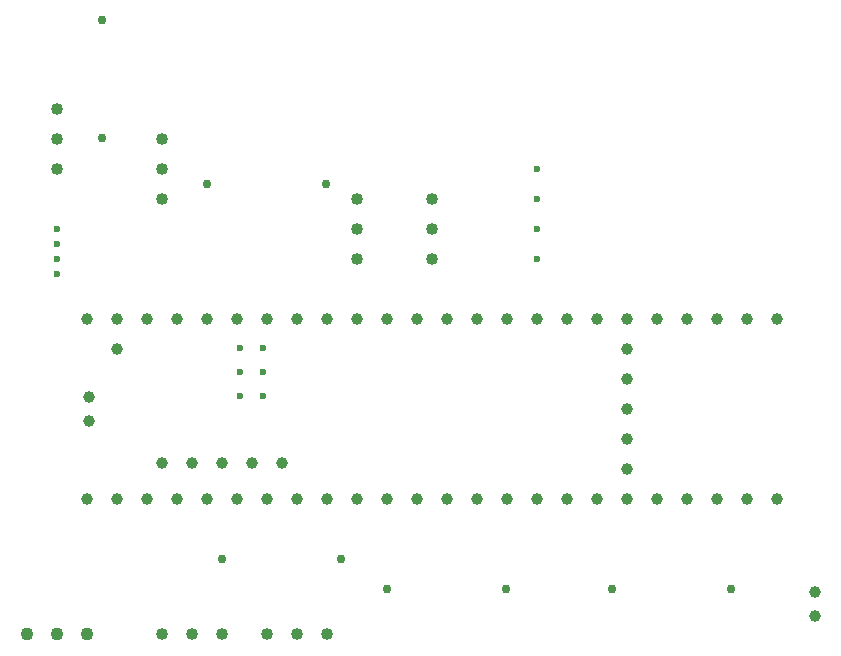
<source format=gbr>
%TF.GenerationSoftware,Altium Limited,Altium Designer,24.1.2 (44)*%
G04 Layer_Color=0*
%FSLAX45Y45*%
%MOMM*%
%TF.SameCoordinates,BBF04D0A-6D19-432F-97EC-52E110E972BA*%
%TF.FilePolarity,Positive*%
%TF.FileFunction,Plated,1,2,PTH,Drill*%
%TF.Part,Single*%
G01*
G75*
%TA.AperFunction,ComponentDrill*%
%ADD30C,1.00000*%
%ADD31C,1.00000*%
%ADD32C,0.59995*%
%ADD33C,0.75000*%
%ADD34C,0.75000*%
%ADD35C,1.00000*%
%ADD36C,1.10000*%
%ADD37C,1.01600*%
%ADD38C,1.01600*%
D30*
X3302000Y3556000D02*
D03*
X7874000Y4318000D02*
D03*
X3302000Y5080000D02*
D03*
X7874000Y4572000D02*
D03*
Y4826000D02*
D03*
X4826000Y3556000D02*
D03*
X6858000Y5080000D02*
D03*
X3325012Y4418000D02*
D03*
Y4218000D02*
D03*
D31*
X3556000Y5080000D02*
D03*
X3810000D02*
D03*
X7874000Y4064000D02*
D03*
Y3810000D02*
D03*
X6604000Y5080000D02*
D03*
Y3556000D02*
D03*
X3556000D02*
D03*
X3810000D02*
D03*
X4064000D02*
D03*
X4318000D02*
D03*
X4572000D02*
D03*
X5080000D02*
D03*
X5334000D02*
D03*
X5588000D02*
D03*
X5842000D02*
D03*
X6096000D02*
D03*
X6350000D02*
D03*
X3556000Y4826000D02*
D03*
X6350000Y5080000D02*
D03*
X6096000D02*
D03*
X5842000D02*
D03*
X5588000D02*
D03*
X5334000D02*
D03*
X5080000D02*
D03*
X4826000D02*
D03*
X4572000D02*
D03*
X4318000D02*
D03*
X4064000D02*
D03*
X6858000Y3556000D02*
D03*
X7366000D02*
D03*
X7620000D02*
D03*
X7874000D02*
D03*
X8128000D02*
D03*
X8382000D02*
D03*
X8636000D02*
D03*
X8890000D02*
D03*
X9144000D02*
D03*
X7112000Y5080000D02*
D03*
X7366000D02*
D03*
X7620000D02*
D03*
X7874000D02*
D03*
X8128000D02*
D03*
X8382000D02*
D03*
X8636000D02*
D03*
X8890000D02*
D03*
X9144000D02*
D03*
X3937000Y3855999D02*
D03*
X4191000D02*
D03*
X4445000D02*
D03*
X4699000D02*
D03*
X4953000D02*
D03*
X7112000Y3556000D02*
D03*
D32*
X4599000Y4829988D02*
D03*
Y4629988D02*
D03*
Y4429989D02*
D03*
X4799000Y4829988D02*
D03*
Y4629988D02*
D03*
Y4429989D02*
D03*
X3048000Y5842000D02*
D03*
Y5715000D02*
D03*
Y5588000D02*
D03*
Y5461000D02*
D03*
X7112000Y5588000D02*
D03*
Y5842000D02*
D03*
Y6096000D02*
D03*
Y6350000D02*
D03*
D33*
X3429000Y6612000D02*
D03*
Y7612000D02*
D03*
D34*
X4453000Y3048000D02*
D03*
X5453000D02*
D03*
X7755000Y2794000D02*
D03*
X8755000D02*
D03*
X5850000D02*
D03*
X6850000D02*
D03*
X4326000Y6223000D02*
D03*
X5326000D02*
D03*
D35*
X9470000Y2567000D02*
D03*
Y2767000D02*
D03*
D36*
X2794000Y2413000D02*
D03*
X3048000D02*
D03*
X3302000D02*
D03*
D37*
X4445000D02*
D03*
X4191000D02*
D03*
X3937000D02*
D03*
X5334000D02*
D03*
X5080000D02*
D03*
X4826000D02*
D03*
D38*
X3048000Y6858000D02*
D03*
Y6604000D02*
D03*
Y6350000D02*
D03*
X3937000Y6604000D02*
D03*
Y6350000D02*
D03*
Y6096000D02*
D03*
X5588000Y5588000D02*
D03*
Y5842000D02*
D03*
Y6096000D02*
D03*
X6223000Y5588000D02*
D03*
Y5842000D02*
D03*
Y6096000D02*
D03*
%TF.MD5,849f377da47c3a735261bbf75377f0fb*%
M02*

</source>
